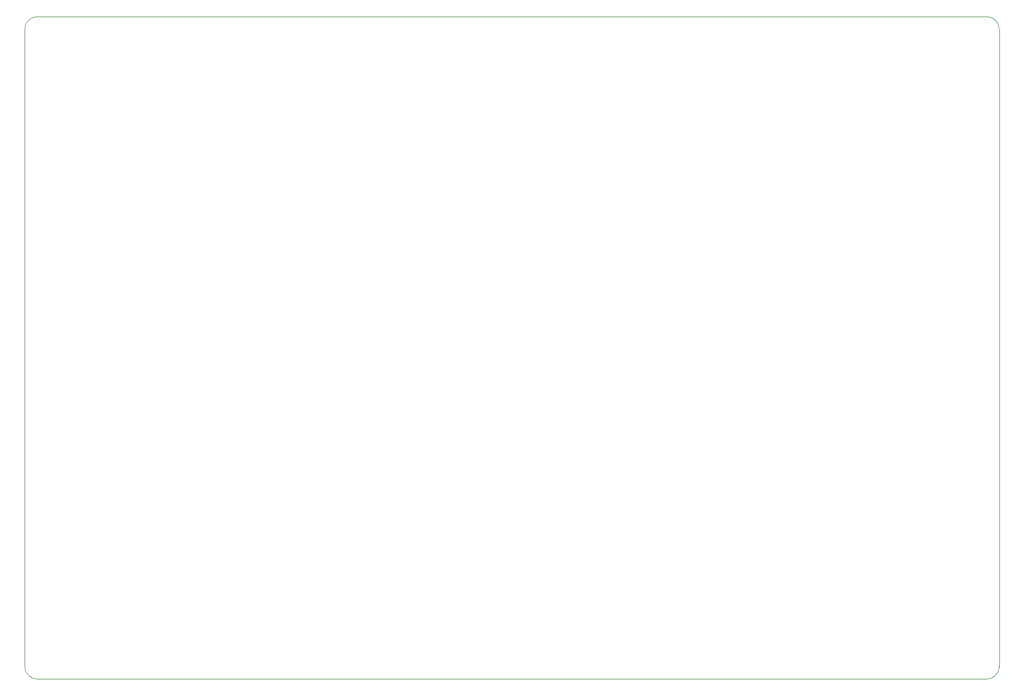
<source format=gm1>
%TF.GenerationSoftware,KiCad,Pcbnew,6.0.5-a6ca702e91~116~ubuntu20.04.1*%
%TF.CreationDate,2022-06-23T19:27:38-06:00*%
%TF.ProjectId,interface-brain,696e7465-7266-4616-9365-2d627261696e,rev?*%
%TF.SameCoordinates,Original*%
%TF.FileFunction,Profile,NP*%
%FSLAX46Y46*%
G04 Gerber Fmt 4.6, Leading zero omitted, Abs format (unit mm)*
G04 Created by KiCad (PCBNEW 6.0.5-a6ca702e91~116~ubuntu20.04.1) date 2022-06-23 19:27:38*
%MOMM*%
%LPD*%
G01*
G04 APERTURE LIST*
%TA.AperFunction,Profile*%
%ADD10C,0.100000*%
%TD*%
G04 APERTURE END LIST*
D10*
X175468616Y-18000000D02*
X25000000Y-18000000D01*
X23000000Y-121000000D02*
G75*
G03*
X25000000Y-123000000I2000000J0D01*
G01*
X23000000Y-121000000D02*
X23000000Y-20000000D01*
X177468616Y-121000000D02*
X177468616Y-20000000D01*
X25000000Y-123000000D02*
X175468616Y-123000000D01*
X175468616Y-123000016D02*
G75*
G03*
X177468616Y-121000000I-16J2000016D01*
G01*
X177468600Y-20000000D02*
G75*
G03*
X175468616Y-18000000I-2000000J0D01*
G01*
X25000000Y-18000000D02*
G75*
G03*
X23000000Y-20000000I0J-2000000D01*
G01*
M02*

</source>
